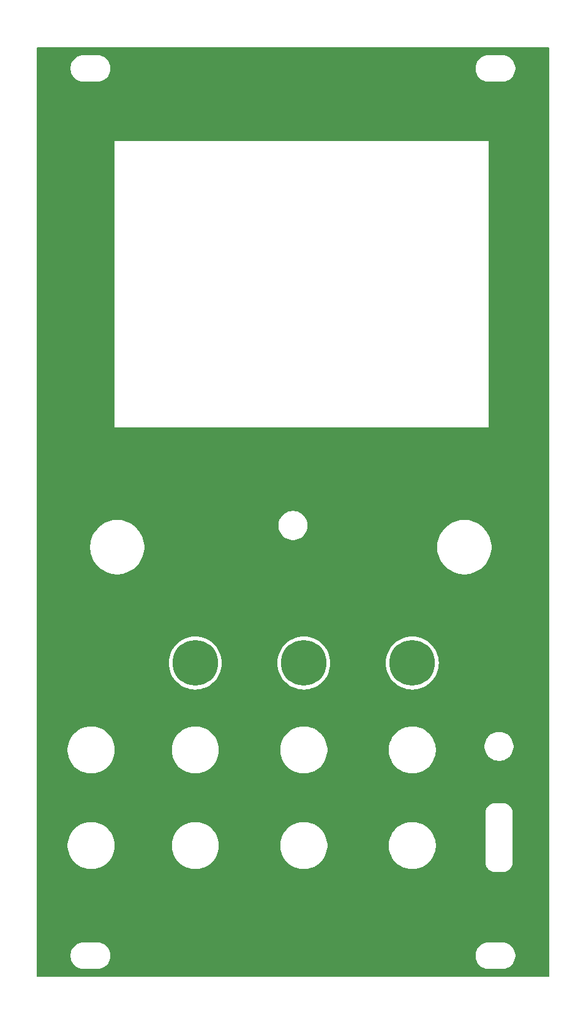
<source format=gbr>
G04 #@! TF.GenerationSoftware,KiCad,Pcbnew,8.0.8*
G04 #@! TF.CreationDate,2025-04-14T10:10:08+01:00*
G04 #@! TF.ProjectId,oscar_panel,6f736361-725f-4706-916e-656c2e6b6963,rev?*
G04 #@! TF.SameCoordinates,Original*
G04 #@! TF.FileFunction,Copper,L1,Top*
G04 #@! TF.FilePolarity,Positive*
%FSLAX46Y46*%
G04 Gerber Fmt 4.6, Leading zero omitted, Abs format (unit mm)*
G04 Created by KiCad (PCBNEW 8.0.8) date 2025-04-14 10:10:08*
%MOMM*%
%LPD*%
G01*
G04 APERTURE LIST*
G04 #@! TA.AperFunction,WasherPad*
%ADD10C,6.300000*%
G04 #@! TD*
G04 APERTURE END LIST*
D10*
X152000000Y-120000000D03*
X137000000Y-120000000D03*
X122000000Y-120000000D03*
G04 #@! TA.AperFunction,NonConductor*
G36*
X170866621Y-34995502D02*
G01*
X170913114Y-35049158D01*
X170924500Y-35101500D01*
X170924500Y-163198500D01*
X170904498Y-163266621D01*
X170850842Y-163313114D01*
X170798500Y-163324500D01*
X100201500Y-163324500D01*
X100133379Y-163304498D01*
X100086886Y-163250842D01*
X100075500Y-163198500D01*
X100075500Y-160278709D01*
X104749500Y-160278709D01*
X104749500Y-160521290D01*
X104781160Y-160761782D01*
X104843944Y-160996095D01*
X104843945Y-160996097D01*
X104843946Y-160996100D01*
X104936776Y-161220212D01*
X104936777Y-161220213D01*
X104936782Y-161220224D01*
X105058061Y-161430285D01*
X105058063Y-161430288D01*
X105058064Y-161430289D01*
X105205735Y-161622738D01*
X105205739Y-161622742D01*
X105205744Y-161622748D01*
X105377251Y-161794255D01*
X105377256Y-161794259D01*
X105377262Y-161794265D01*
X105569711Y-161941936D01*
X105569714Y-161941938D01*
X105779775Y-162063217D01*
X105779779Y-162063218D01*
X105779788Y-162063224D01*
X106003900Y-162156054D01*
X106238211Y-162218838D01*
X106238215Y-162218838D01*
X106238217Y-162218839D01*
X106300202Y-162226999D01*
X106478712Y-162250500D01*
X106478719Y-162250500D01*
X108521281Y-162250500D01*
X108521288Y-162250500D01*
X108738637Y-162221885D01*
X108761782Y-162218839D01*
X108761782Y-162218838D01*
X108761789Y-162218838D01*
X108996100Y-162156054D01*
X109220212Y-162063224D01*
X109430289Y-161941936D01*
X109622738Y-161794265D01*
X109794265Y-161622738D01*
X109941936Y-161430289D01*
X110063224Y-161220212D01*
X110156054Y-160996100D01*
X110218838Y-160761789D01*
X110250500Y-160521288D01*
X110250500Y-160278712D01*
X110250500Y-160278709D01*
X160749500Y-160278709D01*
X160749500Y-160521290D01*
X160781160Y-160761782D01*
X160843944Y-160996095D01*
X160843945Y-160996097D01*
X160843946Y-160996100D01*
X160936776Y-161220212D01*
X160936777Y-161220213D01*
X160936782Y-161220224D01*
X161058061Y-161430285D01*
X161058063Y-161430288D01*
X161058064Y-161430289D01*
X161205735Y-161622738D01*
X161205739Y-161622742D01*
X161205744Y-161622748D01*
X161377251Y-161794255D01*
X161377256Y-161794259D01*
X161377262Y-161794265D01*
X161569711Y-161941936D01*
X161569714Y-161941938D01*
X161779775Y-162063217D01*
X161779779Y-162063218D01*
X161779788Y-162063224D01*
X162003900Y-162156054D01*
X162238211Y-162218838D01*
X162238215Y-162218838D01*
X162238217Y-162218839D01*
X162300202Y-162226999D01*
X162478712Y-162250500D01*
X162478719Y-162250500D01*
X164521281Y-162250500D01*
X164521288Y-162250500D01*
X164738637Y-162221885D01*
X164761782Y-162218839D01*
X164761782Y-162218838D01*
X164761789Y-162218838D01*
X164996100Y-162156054D01*
X165220212Y-162063224D01*
X165430289Y-161941936D01*
X165622738Y-161794265D01*
X165794265Y-161622738D01*
X165941936Y-161430289D01*
X166063224Y-161220212D01*
X166156054Y-160996100D01*
X166218838Y-160761789D01*
X166250500Y-160521288D01*
X166250500Y-160278712D01*
X166218838Y-160038211D01*
X166156054Y-159803900D01*
X166063224Y-159579788D01*
X166063218Y-159579779D01*
X166063217Y-159579775D01*
X165941938Y-159369714D01*
X165941936Y-159369711D01*
X165794265Y-159177262D01*
X165794259Y-159177256D01*
X165794255Y-159177251D01*
X165622748Y-159005744D01*
X165622742Y-159005739D01*
X165622738Y-159005735D01*
X165430289Y-158858064D01*
X165430288Y-158858063D01*
X165430285Y-158858061D01*
X165220224Y-158736782D01*
X165220216Y-158736778D01*
X165220212Y-158736776D01*
X164996100Y-158643946D01*
X164996097Y-158643945D01*
X164996095Y-158643944D01*
X164761782Y-158581160D01*
X164521290Y-158549500D01*
X164521288Y-158549500D01*
X162478712Y-158549500D01*
X162478709Y-158549500D01*
X162238217Y-158581160D01*
X162003904Y-158643944D01*
X162003900Y-158643946D01*
X161779786Y-158736777D01*
X161779775Y-158736782D01*
X161569714Y-158858061D01*
X161377262Y-159005735D01*
X161377251Y-159005744D01*
X161205744Y-159177251D01*
X161205735Y-159177262D01*
X161058061Y-159369714D01*
X160936782Y-159579775D01*
X160936777Y-159579786D01*
X160843946Y-159803900D01*
X160843944Y-159803904D01*
X160781160Y-160038217D01*
X160749500Y-160278709D01*
X110250500Y-160278709D01*
X110218838Y-160038211D01*
X110156054Y-159803900D01*
X110063224Y-159579788D01*
X110063218Y-159579779D01*
X110063217Y-159579775D01*
X109941938Y-159369714D01*
X109941936Y-159369711D01*
X109794265Y-159177262D01*
X109794259Y-159177256D01*
X109794255Y-159177251D01*
X109622748Y-159005744D01*
X109622742Y-159005739D01*
X109622738Y-159005735D01*
X109430289Y-158858064D01*
X109430288Y-158858063D01*
X109430285Y-158858061D01*
X109220224Y-158736782D01*
X109220216Y-158736778D01*
X109220212Y-158736776D01*
X108996100Y-158643946D01*
X108996097Y-158643945D01*
X108996095Y-158643944D01*
X108761782Y-158581160D01*
X108521290Y-158549500D01*
X108521288Y-158549500D01*
X106478712Y-158549500D01*
X106478709Y-158549500D01*
X106238217Y-158581160D01*
X106003904Y-158643944D01*
X106003900Y-158643946D01*
X105779786Y-158736777D01*
X105779775Y-158736782D01*
X105569714Y-158858061D01*
X105377262Y-159005735D01*
X105377251Y-159005744D01*
X105205744Y-159177251D01*
X105205735Y-159177262D01*
X105058061Y-159369714D01*
X104936782Y-159579775D01*
X104936777Y-159579786D01*
X104843946Y-159803900D01*
X104843944Y-159803904D01*
X104781160Y-160038217D01*
X104749500Y-160278709D01*
X100075500Y-160278709D01*
X100075500Y-145040306D01*
X104349500Y-145040306D01*
X104349500Y-145359693D01*
X104380802Y-145677508D01*
X104380804Y-145677523D01*
X104443111Y-145990760D01*
X104535820Y-146296381D01*
X104535821Y-146296385D01*
X104658039Y-146591444D01*
X104808592Y-146873108D01*
X104986020Y-147138649D01*
X104986031Y-147138664D01*
X105188628Y-147385528D01*
X105188646Y-147385548D01*
X105414451Y-147611353D01*
X105414471Y-147611371D01*
X105649704Y-147804423D01*
X105661344Y-147813975D01*
X105926894Y-147991409D01*
X106208556Y-148141961D01*
X106503619Y-148264180D01*
X106809240Y-148356889D01*
X107122477Y-148419196D01*
X107440313Y-148450500D01*
X107440322Y-148450500D01*
X107759678Y-148450500D01*
X107759687Y-148450500D01*
X108077523Y-148419196D01*
X108390760Y-148356889D01*
X108696381Y-148264180D01*
X108991444Y-148141961D01*
X109273106Y-147991409D01*
X109538656Y-147813975D01*
X109785535Y-147611366D01*
X110011366Y-147385535D01*
X110213975Y-147138656D01*
X110391409Y-146873106D01*
X110541961Y-146591444D01*
X110664180Y-146296381D01*
X110756889Y-145990760D01*
X110819196Y-145677523D01*
X110850500Y-145359687D01*
X110850500Y-145040313D01*
X110850499Y-145040306D01*
X118749500Y-145040306D01*
X118749500Y-145359693D01*
X118780802Y-145677508D01*
X118780804Y-145677523D01*
X118843111Y-145990760D01*
X118935820Y-146296381D01*
X118935821Y-146296385D01*
X119058039Y-146591444D01*
X119208592Y-146873108D01*
X119386020Y-147138649D01*
X119386031Y-147138664D01*
X119588628Y-147385528D01*
X119588646Y-147385548D01*
X119814451Y-147611353D01*
X119814471Y-147611371D01*
X120049704Y-147804423D01*
X120061344Y-147813975D01*
X120326894Y-147991409D01*
X120608556Y-148141961D01*
X120903619Y-148264180D01*
X121209240Y-148356889D01*
X121522477Y-148419196D01*
X121840313Y-148450500D01*
X121840322Y-148450500D01*
X122159678Y-148450500D01*
X122159687Y-148450500D01*
X122477523Y-148419196D01*
X122790760Y-148356889D01*
X123096381Y-148264180D01*
X123391444Y-148141961D01*
X123673106Y-147991409D01*
X123938656Y-147813975D01*
X124185535Y-147611366D01*
X124411366Y-147385535D01*
X124613975Y-147138656D01*
X124791409Y-146873106D01*
X124941961Y-146591444D01*
X125064180Y-146296381D01*
X125156889Y-145990760D01*
X125219196Y-145677523D01*
X125250500Y-145359687D01*
X125250500Y-145040313D01*
X125250499Y-145040306D01*
X133749500Y-145040306D01*
X133749500Y-145359693D01*
X133780802Y-145677508D01*
X133780804Y-145677523D01*
X133843111Y-145990760D01*
X133935820Y-146296381D01*
X133935821Y-146296385D01*
X134058039Y-146591444D01*
X134208592Y-146873108D01*
X134386020Y-147138649D01*
X134386031Y-147138664D01*
X134588628Y-147385528D01*
X134588646Y-147385548D01*
X134814451Y-147611353D01*
X134814471Y-147611371D01*
X135049704Y-147804423D01*
X135061344Y-147813975D01*
X135326894Y-147991409D01*
X135608556Y-148141961D01*
X135903619Y-148264180D01*
X136209240Y-148356889D01*
X136522477Y-148419196D01*
X136840313Y-148450500D01*
X136840322Y-148450500D01*
X137159678Y-148450500D01*
X137159687Y-148450500D01*
X137477523Y-148419196D01*
X137790760Y-148356889D01*
X138096381Y-148264180D01*
X138391444Y-148141961D01*
X138673106Y-147991409D01*
X138938656Y-147813975D01*
X139185535Y-147611366D01*
X139411366Y-147385535D01*
X139613975Y-147138656D01*
X139791409Y-146873106D01*
X139941961Y-146591444D01*
X140064180Y-146296381D01*
X140156889Y-145990760D01*
X140219196Y-145677523D01*
X140250500Y-145359687D01*
X140250500Y-145040313D01*
X140250499Y-145040306D01*
X148749500Y-145040306D01*
X148749500Y-145359693D01*
X148780802Y-145677508D01*
X148780804Y-145677523D01*
X148843111Y-145990760D01*
X148935820Y-146296381D01*
X148935821Y-146296385D01*
X149058039Y-146591444D01*
X149208592Y-146873108D01*
X149386020Y-147138649D01*
X149386031Y-147138664D01*
X149588628Y-147385528D01*
X149588646Y-147385548D01*
X149814451Y-147611353D01*
X149814471Y-147611371D01*
X150049704Y-147804423D01*
X150061344Y-147813975D01*
X150326894Y-147991409D01*
X150608556Y-148141961D01*
X150903619Y-148264180D01*
X151209240Y-148356889D01*
X151522477Y-148419196D01*
X151840313Y-148450500D01*
X151840322Y-148450500D01*
X152159678Y-148450500D01*
X152159687Y-148450500D01*
X152477523Y-148419196D01*
X152790760Y-148356889D01*
X153096381Y-148264180D01*
X153391444Y-148141961D01*
X153673106Y-147991409D01*
X153938656Y-147813975D01*
X154185535Y-147611366D01*
X154411366Y-147385535D01*
X154613975Y-147138656D01*
X154791409Y-146873106D01*
X154941961Y-146591444D01*
X155064180Y-146296381D01*
X155156889Y-145990760D01*
X155219196Y-145677523D01*
X155250500Y-145359687D01*
X155250500Y-145040313D01*
X155219196Y-144722477D01*
X155156889Y-144409240D01*
X155064180Y-144103619D01*
X154941961Y-143808556D01*
X154791409Y-143526894D01*
X154613975Y-143261344D01*
X154411366Y-143014465D01*
X154411362Y-143014461D01*
X154411353Y-143014451D01*
X154185548Y-142788646D01*
X154185528Y-142788628D01*
X153938664Y-142586031D01*
X153938649Y-142586020D01*
X153673108Y-142408592D01*
X153391444Y-142258039D01*
X153096385Y-142135821D01*
X153096381Y-142135820D01*
X152790760Y-142043111D01*
X152581935Y-142001573D01*
X152477524Y-141980804D01*
X152477508Y-141980802D01*
X152159693Y-141949500D01*
X152159687Y-141949500D01*
X151840313Y-141949500D01*
X151840306Y-141949500D01*
X151522491Y-141980802D01*
X151522475Y-141980804D01*
X151313652Y-142022342D01*
X151209240Y-142043111D01*
X151056429Y-142089465D01*
X150903618Y-142135820D01*
X150903614Y-142135821D01*
X150608555Y-142258039D01*
X150326891Y-142408592D01*
X150061350Y-142586020D01*
X150061335Y-142586031D01*
X149814471Y-142788628D01*
X149814451Y-142788646D01*
X149588646Y-143014451D01*
X149588628Y-143014471D01*
X149386031Y-143261335D01*
X149386020Y-143261350D01*
X149208592Y-143526891D01*
X149058039Y-143808555D01*
X148935821Y-144103614D01*
X148935820Y-144103618D01*
X148843111Y-144409241D01*
X148780804Y-144722475D01*
X148780802Y-144722491D01*
X148749500Y-145040306D01*
X140250499Y-145040306D01*
X140219196Y-144722477D01*
X140156889Y-144409240D01*
X140064180Y-144103619D01*
X139941961Y-143808556D01*
X139791409Y-143526894D01*
X139613975Y-143261344D01*
X139411366Y-143014465D01*
X139411362Y-143014461D01*
X139411353Y-143014451D01*
X139185548Y-142788646D01*
X139185528Y-142788628D01*
X138938664Y-142586031D01*
X138938649Y-142586020D01*
X138673108Y-142408592D01*
X138391444Y-142258039D01*
X138096385Y-142135821D01*
X138096381Y-142135820D01*
X137790760Y-142043111D01*
X137581935Y-142001573D01*
X137477524Y-141980804D01*
X137477508Y-141980802D01*
X137159693Y-141949500D01*
X137159687Y-141949500D01*
X136840313Y-141949500D01*
X136840306Y-141949500D01*
X136522491Y-141980802D01*
X136522475Y-141980804D01*
X136313652Y-142022342D01*
X136209240Y-142043111D01*
X136056429Y-142089465D01*
X135903618Y-142135820D01*
X135903614Y-142135821D01*
X135608555Y-142258039D01*
X135326891Y-142408592D01*
X135061350Y-142586020D01*
X135061335Y-142586031D01*
X134814471Y-142788628D01*
X134814451Y-142788646D01*
X134588646Y-143014451D01*
X134588628Y-143014471D01*
X134386031Y-143261335D01*
X134386020Y-143261350D01*
X134208592Y-143526891D01*
X134058039Y-143808555D01*
X133935821Y-144103614D01*
X133935820Y-144103618D01*
X133843111Y-144409241D01*
X133780804Y-144722475D01*
X133780802Y-144722491D01*
X133749500Y-145040306D01*
X125250499Y-145040306D01*
X125219196Y-144722477D01*
X125156889Y-144409240D01*
X125064180Y-144103619D01*
X124941961Y-143808556D01*
X124791409Y-143526894D01*
X124613975Y-143261344D01*
X124411366Y-143014465D01*
X124411362Y-143014461D01*
X124411353Y-143014451D01*
X124185548Y-142788646D01*
X124185528Y-142788628D01*
X123938664Y-142586031D01*
X123938649Y-142586020D01*
X123673108Y-142408592D01*
X123391444Y-142258039D01*
X123096385Y-142135821D01*
X123096381Y-142135820D01*
X122790760Y-142043111D01*
X122581935Y-142001573D01*
X122477524Y-141980804D01*
X122477508Y-141980802D01*
X122159693Y-141949500D01*
X122159687Y-141949500D01*
X121840313Y-141949500D01*
X121840306Y-141949500D01*
X121522491Y-141980802D01*
X121522475Y-141980804D01*
X121313652Y-142022342D01*
X121209240Y-142043111D01*
X121056429Y-142089465D01*
X120903618Y-142135820D01*
X120903614Y-142135821D01*
X120608555Y-142258039D01*
X120326891Y-142408592D01*
X120061350Y-142586020D01*
X120061335Y-142586031D01*
X119814471Y-142788628D01*
X119814451Y-142788646D01*
X119588646Y-143014451D01*
X119588628Y-143014471D01*
X119386031Y-143261335D01*
X119386020Y-143261350D01*
X119208592Y-143526891D01*
X119058039Y-143808555D01*
X118935821Y-144103614D01*
X118935820Y-144103618D01*
X118843111Y-144409241D01*
X118780804Y-144722475D01*
X118780802Y-144722491D01*
X118749500Y-145040306D01*
X110850499Y-145040306D01*
X110819196Y-144722477D01*
X110756889Y-144409240D01*
X110664180Y-144103619D01*
X110541961Y-143808556D01*
X110391409Y-143526894D01*
X110213975Y-143261344D01*
X110011366Y-143014465D01*
X110011362Y-143014461D01*
X110011353Y-143014451D01*
X109785548Y-142788646D01*
X109785528Y-142788628D01*
X109538664Y-142586031D01*
X109538649Y-142586020D01*
X109273108Y-142408592D01*
X108991444Y-142258039D01*
X108696385Y-142135821D01*
X108696381Y-142135820D01*
X108390760Y-142043111D01*
X108181935Y-142001573D01*
X108077524Y-141980804D01*
X108077508Y-141980802D01*
X107759693Y-141949500D01*
X107759687Y-141949500D01*
X107440313Y-141949500D01*
X107440306Y-141949500D01*
X107122491Y-141980802D01*
X107122475Y-141980804D01*
X106913652Y-142022342D01*
X106809240Y-142043111D01*
X106656429Y-142089465D01*
X106503618Y-142135820D01*
X106503614Y-142135821D01*
X106208555Y-142258039D01*
X105926891Y-142408592D01*
X105661350Y-142586020D01*
X105661335Y-142586031D01*
X105414471Y-142788628D01*
X105414451Y-142788646D01*
X105188646Y-143014451D01*
X105188628Y-143014471D01*
X104986031Y-143261335D01*
X104986020Y-143261350D01*
X104808592Y-143526891D01*
X104658039Y-143808555D01*
X104535821Y-144103614D01*
X104535820Y-144103618D01*
X104443111Y-144409241D01*
X104380804Y-144722475D01*
X104380802Y-144722491D01*
X104349500Y-145040306D01*
X100075500Y-145040306D01*
X100075500Y-140739711D01*
X162123914Y-140739711D01*
X162124500Y-140743587D01*
X162124500Y-147475469D01*
X162124500Y-147500000D01*
X162124500Y-147608254D01*
X162157084Y-147813975D01*
X162158371Y-147822102D01*
X162213381Y-147991407D01*
X162225274Y-148028009D01*
X162323567Y-148220919D01*
X162354998Y-148264180D01*
X162450829Y-148396080D01*
X162603919Y-148549170D01*
X162603922Y-148549172D01*
X162779081Y-148676433D01*
X162971991Y-148774726D01*
X163177897Y-148841628D01*
X163177898Y-148841628D01*
X163177903Y-148841630D01*
X163391746Y-148875500D01*
X163484982Y-148875500D01*
X164456413Y-148875500D01*
X164460288Y-148876085D01*
X164476569Y-148875848D01*
X164476570Y-148875849D01*
X164498963Y-148875523D01*
X164499657Y-148875513D01*
X164501489Y-148875500D01*
X164524128Y-148875500D01*
X164527677Y-148875124D01*
X164609852Y-148873989D01*
X164824236Y-148837148D01*
X165030319Y-148767524D01*
X165223120Y-148666798D01*
X165397978Y-148537405D01*
X165550667Y-148382473D01*
X165677496Y-148205746D01*
X165775400Y-148011497D01*
X165842012Y-147804421D01*
X165875722Y-147589522D01*
X165875640Y-147480759D01*
X165875639Y-147456227D01*
X165875638Y-147456226D01*
X165875638Y-147436768D01*
X165875500Y-147435895D01*
X165875500Y-140764183D01*
X165875638Y-140763312D01*
X165875638Y-140743773D01*
X165875639Y-140743773D01*
X165875640Y-140719241D01*
X165875639Y-140719241D01*
X165875721Y-140610478D01*
X165842011Y-140395579D01*
X165775399Y-140188503D01*
X165677495Y-139994254D01*
X165670971Y-139985164D01*
X165571177Y-139846109D01*
X165550666Y-139817528D01*
X165397977Y-139662596D01*
X165223119Y-139533203D01*
X165223113Y-139533200D01*
X165223112Y-139533199D01*
X165030319Y-139432477D01*
X164824233Y-139362852D01*
X164609847Y-139326011D01*
X164527636Y-139324875D01*
X164524079Y-139324500D01*
X164515018Y-139324500D01*
X164501489Y-139324500D01*
X164499657Y-139324487D01*
X164460288Y-139323914D01*
X164456413Y-139324500D01*
X163543587Y-139324500D01*
X163539711Y-139323914D01*
X163500343Y-139324487D01*
X163498511Y-139324500D01*
X163476195Y-139324500D01*
X163472351Y-139324907D01*
X163391183Y-139326126D01*
X163178787Y-139362305D01*
X163178785Y-139362305D01*
X163178783Y-139362306D01*
X163109902Y-139385353D01*
X162974458Y-139430673D01*
X162974452Y-139430676D01*
X162783050Y-139529608D01*
X162783049Y-139529608D01*
X162609114Y-139656754D01*
X162609106Y-139656761D01*
X162456761Y-139809106D01*
X162456754Y-139809114D01*
X162329608Y-139983049D01*
X162329608Y-139983050D01*
X162230676Y-140174452D01*
X162230673Y-140174458D01*
X162162305Y-140378787D01*
X162126126Y-140591183D01*
X162124907Y-140672351D01*
X162124500Y-140676195D01*
X162124500Y-140698510D01*
X162124487Y-140700342D01*
X162123914Y-140739711D01*
X100075500Y-140739711D01*
X100075500Y-131840306D01*
X104349500Y-131840306D01*
X104349500Y-132159693D01*
X104380802Y-132477508D01*
X104380804Y-132477523D01*
X104443111Y-132790760D01*
X104508789Y-133007270D01*
X104535820Y-133096381D01*
X104535821Y-133096385D01*
X104658039Y-133391444D01*
X104808592Y-133673108D01*
X104986020Y-133938649D01*
X104986031Y-133938664D01*
X105188628Y-134185528D01*
X105188646Y-134185548D01*
X105414451Y-134411353D01*
X105414461Y-134411362D01*
X105414465Y-134411366D01*
X105661344Y-134613975D01*
X105926894Y-134791409D01*
X106208556Y-134941961D01*
X106503619Y-135064180D01*
X106809240Y-135156889D01*
X107122477Y-135219196D01*
X107440313Y-135250500D01*
X107440322Y-135250500D01*
X107759678Y-135250500D01*
X107759687Y-135250500D01*
X108077523Y-135219196D01*
X108390760Y-135156889D01*
X108696381Y-135064180D01*
X108991444Y-134941961D01*
X109273106Y-134791409D01*
X109538656Y-134613975D01*
X109785535Y-134411366D01*
X110011366Y-134185535D01*
X110213975Y-133938656D01*
X110391409Y-133673106D01*
X110541961Y-133391444D01*
X110664180Y-133096381D01*
X110756889Y-132790760D01*
X110819196Y-132477523D01*
X110850500Y-132159687D01*
X110850500Y-131840313D01*
X110850499Y-131840306D01*
X118749500Y-131840306D01*
X118749500Y-132159693D01*
X118780802Y-132477508D01*
X118780804Y-132477523D01*
X118843111Y-132790760D01*
X118908789Y-133007270D01*
X118935820Y-133096381D01*
X118935821Y-133096385D01*
X119058039Y-133391444D01*
X119208592Y-133673108D01*
X119386020Y-133938649D01*
X119386031Y-133938664D01*
X119588628Y-134185528D01*
X119588646Y-134185548D01*
X119814451Y-134411353D01*
X119814461Y-134411362D01*
X119814465Y-134411366D01*
X120061344Y-134613975D01*
X120326894Y-134791409D01*
X120608556Y-134941961D01*
X120903619Y-135064180D01*
X121209240Y-135156889D01*
X121522477Y-135219196D01*
X121840313Y-135250500D01*
X121840322Y-135250500D01*
X122159678Y-135250500D01*
X122159687Y-135250500D01*
X122477523Y-135219196D01*
X122790760Y-135156889D01*
X123096381Y-135064180D01*
X123391444Y-134941961D01*
X123673106Y-134791409D01*
X123938656Y-134613975D01*
X124185535Y-134411366D01*
X124411366Y-134185535D01*
X124613975Y-133938656D01*
X124791409Y-133673106D01*
X124941961Y-133391444D01*
X125064180Y-133096381D01*
X125156889Y-132790760D01*
X125219196Y-132477523D01*
X125250500Y-132159687D01*
X125250500Y-131840313D01*
X125250499Y-131840306D01*
X133749500Y-131840306D01*
X133749500Y-132159693D01*
X133780802Y-132477508D01*
X133780804Y-132477523D01*
X133843111Y-132790760D01*
X133908789Y-133007270D01*
X133935820Y-133096381D01*
X133935821Y-133096385D01*
X134058039Y-133391444D01*
X134208592Y-133673108D01*
X134386020Y-133938649D01*
X134386031Y-133938664D01*
X134588628Y-134185528D01*
X134588646Y-134185548D01*
X134814451Y-134411353D01*
X134814461Y-134411362D01*
X134814465Y-134411366D01*
X135061344Y-134613975D01*
X135326894Y-134791409D01*
X135608556Y-134941961D01*
X135903619Y-135064180D01*
X136209240Y-135156889D01*
X136522477Y-135219196D01*
X136840313Y-135250500D01*
X136840322Y-135250500D01*
X137159678Y-135250500D01*
X137159687Y-135250500D01*
X137477523Y-135219196D01*
X137790760Y-135156889D01*
X138096381Y-135064180D01*
X138391444Y-134941961D01*
X138673106Y-134791409D01*
X138938656Y-134613975D01*
X139185535Y-134411366D01*
X139411366Y-134185535D01*
X139613975Y-133938656D01*
X139791409Y-133673106D01*
X139941961Y-133391444D01*
X140064180Y-133096381D01*
X140156889Y-132790760D01*
X140219196Y-132477523D01*
X140250500Y-132159687D01*
X140250500Y-131840313D01*
X140250499Y-131840306D01*
X148749500Y-131840306D01*
X148749500Y-132159693D01*
X148780802Y-132477508D01*
X148780804Y-132477523D01*
X148843111Y-132790760D01*
X148908789Y-133007270D01*
X148935820Y-133096381D01*
X148935821Y-133096385D01*
X149058039Y-133391444D01*
X149208592Y-133673108D01*
X149386020Y-133938649D01*
X149386031Y-133938664D01*
X149588628Y-134185528D01*
X149588646Y-134185548D01*
X149814451Y-134411353D01*
X149814461Y-134411362D01*
X149814465Y-134411366D01*
X150061344Y-134613975D01*
X150326894Y-134791409D01*
X150608556Y-134941961D01*
X150903619Y-135064180D01*
X151209240Y-135156889D01*
X151522477Y-135219196D01*
X151840313Y-135250500D01*
X151840322Y-135250500D01*
X152159678Y-135250500D01*
X152159687Y-135250500D01*
X152477523Y-135219196D01*
X152790760Y-135156889D01*
X153096381Y-135064180D01*
X153391444Y-134941961D01*
X153673106Y-134791409D01*
X153938656Y-134613975D01*
X154185535Y-134411366D01*
X154411366Y-134185535D01*
X154613975Y-133938656D01*
X154791409Y-133673106D01*
X154941961Y-133391444D01*
X155064180Y-133096381D01*
X155156889Y-132790760D01*
X155219196Y-132477523D01*
X155250500Y-132159687D01*
X155250500Y-131840313D01*
X155219196Y-131522477D01*
X155188643Y-131368878D01*
X161999500Y-131368878D01*
X161999500Y-131631121D01*
X162033728Y-131891108D01*
X162033729Y-131891114D01*
X162033730Y-131891116D01*
X162101602Y-132144419D01*
X162201957Y-132386697D01*
X162201958Y-132386698D01*
X162201963Y-132386709D01*
X162333073Y-132613799D01*
X162333077Y-132613805D01*
X162492710Y-132821842D01*
X162492729Y-132821863D01*
X162678136Y-133007270D01*
X162678157Y-133007289D01*
X162886194Y-133166922D01*
X162886200Y-133166926D01*
X163113290Y-133298036D01*
X163113294Y-133298037D01*
X163113303Y-133298043D01*
X163355581Y-133398398D01*
X163608884Y-133466270D01*
X163608890Y-133466270D01*
X163608891Y-133466271D01*
X163633900Y-133469563D01*
X163868880Y-133500500D01*
X163868887Y-133500500D01*
X164131113Y-133500500D01*
X164131120Y-133500500D01*
X164391116Y-133466270D01*
X164644419Y-133398398D01*
X164886697Y-133298043D01*
X165113803Y-133166924D01*
X165321851Y-133007282D01*
X165507282Y-132821851D01*
X165666924Y-132613803D01*
X165798043Y-132386697D01*
X165898398Y-132144419D01*
X165966270Y-131891116D01*
X166000500Y-131631120D01*
X166000500Y-131368880D01*
X165966270Y-131108884D01*
X165898398Y-130855581D01*
X165798043Y-130613303D01*
X165798037Y-130613294D01*
X165798036Y-130613290D01*
X165666926Y-130386200D01*
X165666922Y-130386194D01*
X165507289Y-130178157D01*
X165507270Y-130178136D01*
X165321863Y-129992729D01*
X165321842Y-129992710D01*
X165113805Y-129833077D01*
X165113799Y-129833073D01*
X164886709Y-129701963D01*
X164886701Y-129701959D01*
X164886697Y-129701957D01*
X164644419Y-129601602D01*
X164391116Y-129533730D01*
X164391114Y-129533729D01*
X164391108Y-129533728D01*
X164131121Y-129499500D01*
X164131120Y-129499500D01*
X163868880Y-129499500D01*
X163868878Y-129499500D01*
X163608891Y-129533728D01*
X163355581Y-129601602D01*
X163113301Y-129701958D01*
X163113290Y-129701963D01*
X162886200Y-129833073D01*
X162886194Y-129833077D01*
X162678157Y-129992710D01*
X162678136Y-129992729D01*
X162492729Y-130178136D01*
X162492710Y-130178157D01*
X162333077Y-130386194D01*
X162333073Y-130386200D01*
X162201963Y-130613290D01*
X162201958Y-130613301D01*
X162101602Y-130855581D01*
X162033728Y-131108891D01*
X161999500Y-131368878D01*
X155188643Y-131368878D01*
X155156889Y-131209240D01*
X155064180Y-130903619D01*
X154941961Y-130608556D01*
X154791409Y-130326894D01*
X154613975Y-130061344D01*
X154557648Y-129992710D01*
X154411371Y-129814471D01*
X154411353Y-129814451D01*
X154185548Y-129588646D01*
X154185528Y-129588628D01*
X153938664Y-129386031D01*
X153938649Y-129386020D01*
X153673108Y-129208592D01*
X153391444Y-129058039D01*
X153096385Y-128935821D01*
X153096381Y-128935820D01*
X152790760Y-128843111D01*
X152581935Y-128801573D01*
X152477524Y-128780804D01*
X152477508Y-128780802D01*
X152159693Y-128749500D01*
X152159687Y-128749500D01*
X151840313Y-128749500D01*
X151840306Y-128749500D01*
X151522491Y-128780802D01*
X151522475Y-128780804D01*
X151313652Y-128822342D01*
X151209240Y-128843111D01*
X151056429Y-128889465D01*
X150903618Y-128935820D01*
X150903614Y-128935821D01*
X150608555Y-129058039D01*
X150326891Y-129208592D01*
X150061350Y-129386020D01*
X150061335Y-129386031D01*
X149814471Y-129588628D01*
X149814451Y-129588646D01*
X149588646Y-129814451D01*
X149588628Y-129814471D01*
X149386031Y-130061335D01*
X149386020Y-130061350D01*
X149208592Y-130326891D01*
X149058039Y-130608555D01*
X148935821Y-130903614D01*
X148935820Y-130903618D01*
X148935820Y-130903619D01*
X148873552Y-131108891D01*
X148843111Y-131209241D01*
X148780804Y-131522475D01*
X148780802Y-131522491D01*
X148749500Y-131840306D01*
X140250499Y-131840306D01*
X140219196Y-131522477D01*
X140156889Y-131209240D01*
X140064180Y-130903619D01*
X139941961Y-130608556D01*
X139791409Y-130326894D01*
X139613975Y-130061344D01*
X139557648Y-129992710D01*
X139411371Y-129814471D01*
X139411353Y-129814451D01*
X139185548Y-129588646D01*
X139185528Y-129588628D01*
X138938664Y-129386031D01*
X138938649Y-129386020D01*
X138673108Y-129208592D01*
X138391444Y-129058039D01*
X138096385Y-128935821D01*
X138096381Y-128935820D01*
X137790760Y-128843111D01*
X137581935Y-128801573D01*
X137477524Y-128780804D01*
X137477508Y-128780802D01*
X137159693Y-128749500D01*
X137159687Y-128749500D01*
X136840313Y-128749500D01*
X136840306Y-128749500D01*
X136522491Y-128780802D01*
X136522475Y-128780804D01*
X136313652Y-128822342D01*
X136209240Y-128843111D01*
X136056429Y-128889465D01*
X135903618Y-128935820D01*
X135903614Y-128935821D01*
X135608555Y-129058039D01*
X135326891Y-129208592D01*
X135061350Y-129386020D01*
X135061335Y-129386031D01*
X134814471Y-129588628D01*
X134814451Y-129588646D01*
X134588646Y-129814451D01*
X134588628Y-129814471D01*
X134386031Y-130061335D01*
X134386020Y-130061350D01*
X134208592Y-130326891D01*
X134058039Y-130608555D01*
X133935821Y-130903614D01*
X133935820Y-130903618D01*
X133935820Y-130903619D01*
X133873552Y-131108891D01*
X133843111Y-131209241D01*
X133780804Y-131522475D01*
X133780802Y-131522491D01*
X133749500Y-131840306D01*
X125250499Y-131840306D01*
X125219196Y-131522477D01*
X125156889Y-131209240D01*
X125064180Y-130903619D01*
X124941961Y-130608556D01*
X124791409Y-130326894D01*
X124613975Y-130061344D01*
X124557648Y-129992710D01*
X124411371Y-129814471D01*
X124411353Y-129814451D01*
X124185548Y-129588646D01*
X124185528Y-129588628D01*
X123938664Y-129386031D01*
X123938649Y-129386020D01*
X123673108Y-129208592D01*
X123391444Y-129058039D01*
X123096385Y-128935821D01*
X123096381Y-128935820D01*
X122790760Y-128843111D01*
X122581935Y-128801573D01*
X122477524Y-128780804D01*
X122477508Y-128780802D01*
X122159693Y-128749500D01*
X122159687Y-128749500D01*
X121840313Y-128749500D01*
X121840306Y-128749500D01*
X121522491Y-128780802D01*
X121522475Y-128780804D01*
X121313652Y-128822342D01*
X121209240Y-128843111D01*
X121056429Y-128889465D01*
X120903618Y-128935820D01*
X120903614Y-128935821D01*
X120608555Y-129058039D01*
X120326891Y-129208592D01*
X120061350Y-129386020D01*
X120061335Y-129386031D01*
X119814471Y-129588628D01*
X119814451Y-129588646D01*
X119588646Y-129814451D01*
X119588628Y-129814471D01*
X119386031Y-130061335D01*
X119386020Y-130061350D01*
X119208592Y-130326891D01*
X119058039Y-130608555D01*
X118935821Y-130903614D01*
X118935820Y-130903618D01*
X118935820Y-130903619D01*
X118873552Y-131108891D01*
X118843111Y-131209241D01*
X118780804Y-131522475D01*
X118780802Y-131522491D01*
X118749500Y-131840306D01*
X110850499Y-131840306D01*
X110819196Y-131522477D01*
X110756889Y-131209240D01*
X110664180Y-130903619D01*
X110541961Y-130608556D01*
X110391409Y-130326894D01*
X110213975Y-130061344D01*
X110157648Y-129992710D01*
X110011371Y-129814471D01*
X110011353Y-129814451D01*
X109785548Y-129588646D01*
X109785528Y-129588628D01*
X109538664Y-129386031D01*
X109538649Y-129386020D01*
X109273108Y-129208592D01*
X108991444Y-129058039D01*
X108696385Y-128935821D01*
X108696381Y-128935820D01*
X108390760Y-128843111D01*
X108181935Y-128801573D01*
X108077524Y-128780804D01*
X108077508Y-128780802D01*
X107759693Y-128749500D01*
X107759687Y-128749500D01*
X107440313Y-128749500D01*
X107440306Y-128749500D01*
X107122491Y-128780802D01*
X107122475Y-128780804D01*
X106913652Y-128822342D01*
X106809240Y-128843111D01*
X106656429Y-128889465D01*
X106503618Y-128935820D01*
X106503614Y-128935821D01*
X106208555Y-129058039D01*
X105926891Y-129208592D01*
X105661350Y-129386020D01*
X105661335Y-129386031D01*
X105414471Y-129588628D01*
X105414451Y-129588646D01*
X105188646Y-129814451D01*
X105188628Y-129814471D01*
X104986031Y-130061335D01*
X104986020Y-130061350D01*
X104808592Y-130326891D01*
X104658039Y-130608555D01*
X104535821Y-130903614D01*
X104535820Y-130903618D01*
X104535820Y-130903619D01*
X104473552Y-131108891D01*
X104443111Y-131209241D01*
X104380804Y-131522475D01*
X104380802Y-131522491D01*
X104349500Y-131840306D01*
X100075500Y-131840306D01*
X100075500Y-119999993D01*
X118336479Y-119999993D01*
X118336479Y-120000006D01*
X118356546Y-120382933D01*
X118416535Y-120761687D01*
X118515785Y-121132096D01*
X118653202Y-121490078D01*
X118653206Y-121490086D01*
X118827298Y-121831761D01*
X119036143Y-122153356D01*
X119036155Y-122153373D01*
X119277460Y-122451360D01*
X119277474Y-122451375D01*
X119548624Y-122722525D01*
X119548639Y-122722539D01*
X119846626Y-122963844D01*
X119846643Y-122963856D01*
X120028133Y-123081716D01*
X120168239Y-123172702D01*
X120509912Y-123346793D01*
X120509916Y-123346794D01*
X120509921Y-123346797D01*
X120867903Y-123484214D01*
X120867908Y-123484215D01*
X120867910Y-123484216D01*
X121238311Y-123583464D01*
X121617058Y-123643452D01*
X121617060Y-123643452D01*
X121617066Y-123643453D01*
X121999994Y-123663521D01*
X122000000Y-123663521D01*
X122000006Y-123663521D01*
X122382933Y-123643453D01*
X122382937Y-123643452D01*
X122382942Y-123643452D01*
X122761689Y-123583464D01*
X123132090Y-123484216D01*
X123132093Y-123484214D01*
X123132096Y-123484214D01*
X123490078Y-123346797D01*
X123490079Y-123346796D01*
X123490088Y-123346793D01*
X123831761Y-123172702D01*
X124153364Y-122963851D01*
X124153373Y-122963844D01*
X124451360Y-122722539D01*
X124451365Y-122722533D01*
X124451374Y-122722527D01*
X124722527Y-122451374D01*
X124722533Y-122451365D01*
X124722539Y-122451360D01*
X124963844Y-122153373D01*
X124963845Y-122153370D01*
X124963851Y-122153364D01*
X125172702Y-121831761D01*
X125346793Y-121490088D01*
X125484216Y-121132090D01*
X125583464Y-120761689D01*
X125643452Y-120382942D01*
X125643452Y-120382937D01*
X125643453Y-120382933D01*
X125663521Y-120000006D01*
X125663521Y-119999993D01*
X133336479Y-119999993D01*
X133336479Y-120000006D01*
X133356546Y-120382933D01*
X133416535Y-120761687D01*
X133515785Y-121132096D01*
X133653202Y-121490078D01*
X133653206Y-121490086D01*
X133827298Y-121831761D01*
X134036143Y-122153356D01*
X134036155Y-122153373D01*
X134277460Y-122451360D01*
X134277474Y-122451375D01*
X134548624Y-122722525D01*
X134548639Y-122722539D01*
X134846626Y-122963844D01*
X134846643Y-122963856D01*
X135028133Y-123081716D01*
X135168239Y-123172702D01*
X135509912Y-123346793D01*
X135509916Y-123346794D01*
X135509921Y-123346797D01*
X135867903Y-123484214D01*
X135867908Y-123484215D01*
X135867910Y-123484216D01*
X136238311Y-123583464D01*
X136617058Y-123643452D01*
X136617060Y-123643452D01*
X136617066Y-123643453D01*
X136999994Y-123663521D01*
X137000000Y-123663521D01*
X137000006Y-123663521D01*
X137382933Y-123643453D01*
X137382937Y-123643452D01*
X137382942Y-123643452D01*
X137761689Y-123583464D01*
X138132090Y-123484216D01*
X138132093Y-123484214D01*
X138132096Y-123484214D01*
X138490078Y-123346797D01*
X138490079Y-123346796D01*
X138490088Y-123346793D01*
X138831761Y-123172702D01*
X139153364Y-122963851D01*
X139153373Y-122963844D01*
X139451360Y-122722539D01*
X139451365Y-122722533D01*
X139451374Y-122722527D01*
X139722527Y-122451374D01*
X139722533Y-122451365D01*
X139722539Y-122451360D01*
X139963844Y-122153373D01*
X139963845Y-122153370D01*
X139963851Y-122153364D01*
X140172702Y-121831761D01*
X140346793Y-121490088D01*
X140484216Y-121132090D01*
X140583464Y-120761689D01*
X140643452Y-120382942D01*
X140643452Y-120382937D01*
X140643453Y-120382933D01*
X140663521Y-120000006D01*
X140663521Y-119999993D01*
X148336479Y-119999993D01*
X148336479Y-120000006D01*
X148356546Y-120382933D01*
X148416535Y-120761687D01*
X148515785Y-121132096D01*
X148653202Y-121490078D01*
X148653206Y-121490086D01*
X148827298Y-121831761D01*
X149036143Y-122153356D01*
X149036155Y-122153373D01*
X149277460Y-122451360D01*
X149277474Y-122451375D01*
X149548624Y-122722525D01*
X149548639Y-122722539D01*
X149846626Y-122963844D01*
X149846643Y-122963856D01*
X150028133Y-123081716D01*
X150168239Y-123172702D01*
X150509912Y-123346793D01*
X150509916Y-123346794D01*
X150509921Y-123346797D01*
X150867903Y-123484214D01*
X150867908Y-123484215D01*
X150867910Y-123484216D01*
X151238311Y-123583464D01*
X151617058Y-123643452D01*
X151617060Y-123643452D01*
X151617066Y-123643453D01*
X151999994Y-123663521D01*
X152000000Y-123663521D01*
X152000006Y-123663521D01*
X152382933Y-123643453D01*
X152382937Y-123643452D01*
X152382942Y-123643452D01*
X152761689Y-123583464D01*
X153132090Y-123484216D01*
X153132093Y-123484214D01*
X153132096Y-123484214D01*
X153490078Y-123346797D01*
X153490079Y-123346796D01*
X153490088Y-123346793D01*
X153831761Y-123172702D01*
X154153364Y-122963851D01*
X154153373Y-122963844D01*
X154451360Y-122722539D01*
X154451365Y-122722533D01*
X154451374Y-122722527D01*
X154722527Y-122451374D01*
X154722533Y-122451365D01*
X154722539Y-122451360D01*
X154963844Y-122153373D01*
X154963845Y-122153370D01*
X154963851Y-122153364D01*
X155172702Y-121831761D01*
X155346793Y-121490088D01*
X155484216Y-121132090D01*
X155583464Y-120761689D01*
X155643452Y-120382942D01*
X155643452Y-120382937D01*
X155643453Y-120382933D01*
X155663521Y-120000006D01*
X155663521Y-119999993D01*
X155643453Y-119617066D01*
X155583464Y-119238312D01*
X155484214Y-118867903D01*
X155346797Y-118509921D01*
X155346793Y-118509913D01*
X155346793Y-118509912D01*
X155172702Y-118168240D01*
X154963851Y-117846636D01*
X154963848Y-117846632D01*
X154963846Y-117846629D01*
X154722539Y-117548639D01*
X154722525Y-117548624D01*
X154451375Y-117277474D01*
X154451360Y-117277460D01*
X154153373Y-117036155D01*
X154153356Y-117036143D01*
X153831761Y-116827298D01*
X153490086Y-116653206D01*
X153490078Y-116653202D01*
X153132096Y-116515785D01*
X152761687Y-116416535D01*
X152382933Y-116356546D01*
X152000006Y-116336479D01*
X151999994Y-116336479D01*
X151617066Y-116356546D01*
X151238312Y-116416535D01*
X150867903Y-116515785D01*
X150509921Y-116653202D01*
X150509913Y-116653206D01*
X150168239Y-116827298D01*
X149846632Y-117036151D01*
X149846629Y-117036153D01*
X149548639Y-117277460D01*
X149548624Y-117277474D01*
X149277474Y-117548624D01*
X149277460Y-117548639D01*
X149036153Y-117846629D01*
X149036151Y-117846632D01*
X148827298Y-118168239D01*
X148653206Y-118509913D01*
X148653202Y-118509921D01*
X148515785Y-118867903D01*
X148416535Y-119238312D01*
X148356546Y-119617066D01*
X148336479Y-119999993D01*
X140663521Y-119999993D01*
X140643453Y-119617066D01*
X140583464Y-119238312D01*
X140484214Y-118867903D01*
X140346797Y-118509921D01*
X140346793Y-118509913D01*
X140346793Y-118509912D01*
X140172702Y-118168240D01*
X139963851Y-117846636D01*
X139963848Y-117846632D01*
X139963846Y-117846629D01*
X139722539Y-117548639D01*
X139722525Y-117548624D01*
X139451375Y-117277474D01*
X139451360Y-117277460D01*
X139153373Y-117036155D01*
X139153356Y-117036143D01*
X138831761Y-116827298D01*
X138490086Y-116653206D01*
X138490078Y-116653202D01*
X138132096Y-116515785D01*
X137761687Y-116416535D01*
X137382933Y-116356546D01*
X137000006Y-116336479D01*
X136999994Y-116336479D01*
X136617066Y-116356546D01*
X136238312Y-116416535D01*
X135867903Y-116515785D01*
X135509921Y-116653202D01*
X135509913Y-116653206D01*
X135168239Y-116827298D01*
X134846632Y-117036151D01*
X134846629Y-117036153D01*
X134548639Y-117277460D01*
X134548624Y-117277474D01*
X134277474Y-117548624D01*
X134277460Y-117548639D01*
X134036153Y-117846629D01*
X134036151Y-117846632D01*
X133827298Y-118168239D01*
X133653206Y-118509913D01*
X133653202Y-118509921D01*
X133515785Y-118867903D01*
X133416535Y-119238312D01*
X133356546Y-119617066D01*
X133336479Y-119999993D01*
X125663521Y-119999993D01*
X125643453Y-119617066D01*
X125583464Y-119238312D01*
X125484214Y-118867903D01*
X125346797Y-118509921D01*
X125346793Y-118509913D01*
X125346793Y-118509912D01*
X125172702Y-118168240D01*
X124963851Y-117846636D01*
X124963848Y-117846632D01*
X124963846Y-117846629D01*
X124722539Y-117548639D01*
X124722525Y-117548624D01*
X124451375Y-117277474D01*
X124451360Y-117277460D01*
X124153373Y-117036155D01*
X124153356Y-117036143D01*
X123831761Y-116827298D01*
X123490086Y-116653206D01*
X123490078Y-116653202D01*
X123132096Y-116515785D01*
X122761687Y-116416535D01*
X122382933Y-116356546D01*
X122000006Y-116336479D01*
X121999994Y-116336479D01*
X121617066Y-116356546D01*
X121238312Y-116416535D01*
X120867903Y-116515785D01*
X120509921Y-116653202D01*
X120509913Y-116653206D01*
X120168239Y-116827298D01*
X119846632Y-117036151D01*
X119846629Y-117036153D01*
X119548639Y-117277460D01*
X119548624Y-117277474D01*
X119277474Y-117548624D01*
X119277460Y-117548639D01*
X119036153Y-117846629D01*
X119036151Y-117846632D01*
X118827298Y-118168239D01*
X118653206Y-118509913D01*
X118653202Y-118509921D01*
X118515785Y-118867903D01*
X118416535Y-119238312D01*
X118356546Y-119617066D01*
X118336479Y-119999993D01*
X100075500Y-119999993D01*
X100075500Y-103815743D01*
X107449500Y-103815743D01*
X107449500Y-104184256D01*
X107485617Y-104550961D01*
X107485620Y-104550981D01*
X107557506Y-104912382D01*
X107664480Y-105265029D01*
X107664481Y-105265033D01*
X107805499Y-105605479D01*
X107979210Y-105930470D01*
X108183932Y-106236858D01*
X108183943Y-106236873D01*
X108417705Y-106521712D01*
X108417723Y-106521732D01*
X108678267Y-106782276D01*
X108678277Y-106782285D01*
X108678281Y-106782289D01*
X108963135Y-107016063D01*
X109269532Y-107220791D01*
X109594521Y-107394501D01*
X109934971Y-107535520D01*
X110287604Y-107642490D01*
X110287613Y-107642491D01*
X110287617Y-107642493D01*
X110410230Y-107666881D01*
X110649024Y-107714381D01*
X111015750Y-107750500D01*
X111015759Y-107750500D01*
X111384241Y-107750500D01*
X111384250Y-107750500D01*
X111750976Y-107714381D01*
X112048660Y-107655167D01*
X112112382Y-107642493D01*
X112112384Y-107642492D01*
X112112396Y-107642490D01*
X112465029Y-107535520D01*
X112805479Y-107394501D01*
X113130468Y-107220791D01*
X113436865Y-107016063D01*
X113721719Y-106782289D01*
X113982289Y-106521719D01*
X114216063Y-106236865D01*
X114420791Y-105930468D01*
X114594501Y-105605479D01*
X114735520Y-105265029D01*
X114842490Y-104912396D01*
X114914381Y-104550976D01*
X114950500Y-104184250D01*
X114950500Y-103815750D01*
X114950499Y-103815743D01*
X155449500Y-103815743D01*
X155449500Y-104184256D01*
X155485617Y-104550961D01*
X155485620Y-104550981D01*
X155557506Y-104912382D01*
X155664480Y-105265029D01*
X155664481Y-105265033D01*
X155805499Y-105605479D01*
X155979210Y-105930470D01*
X156183932Y-106236858D01*
X156183943Y-106236873D01*
X156417705Y-106521712D01*
X156417723Y-106521732D01*
X156678267Y-106782276D01*
X156678277Y-106782285D01*
X156678281Y-106782289D01*
X156963135Y-107016063D01*
X157269532Y-107220791D01*
X157594521Y-107394501D01*
X157934971Y-107535520D01*
X158287604Y-107642490D01*
X158287613Y-107642491D01*
X158287617Y-107642493D01*
X158410230Y-107666881D01*
X158649024Y-107714381D01*
X159015750Y-107750500D01*
X159015759Y-107750500D01*
X159384241Y-107750500D01*
X159384250Y-107750500D01*
X159750976Y-107714381D01*
X160048660Y-107655167D01*
X160112382Y-107642493D01*
X160112384Y-107642492D01*
X160112396Y-107642490D01*
X160465029Y-107535520D01*
X160805479Y-107394501D01*
X161130468Y-107220791D01*
X161436865Y-107016063D01*
X161721719Y-106782289D01*
X161982289Y-106521719D01*
X162216063Y-106236865D01*
X162420791Y-105930468D01*
X162594501Y-105605479D01*
X162735520Y-105265029D01*
X162842490Y-104912396D01*
X162914381Y-104550976D01*
X162950500Y-104184250D01*
X162950500Y-103815750D01*
X162914381Y-103449024D01*
X162842490Y-103087604D01*
X162735520Y-102734971D01*
X162594501Y-102394521D01*
X162420791Y-102069532D01*
X162216063Y-101763135D01*
X162118634Y-101644418D01*
X161982294Y-101478287D01*
X161982276Y-101478267D01*
X161721732Y-101217723D01*
X161721712Y-101217705D01*
X161436873Y-100983943D01*
X161436858Y-100983932D01*
X161130470Y-100779210D01*
X160805479Y-100605499D01*
X160465033Y-100464481D01*
X160465029Y-100464480D01*
X160112396Y-100357510D01*
X160112393Y-100357509D01*
X160112382Y-100357506D01*
X159750981Y-100285620D01*
X159750976Y-100285619D01*
X159750971Y-100285618D01*
X159750961Y-100285617D01*
X159384256Y-100249500D01*
X159384250Y-100249500D01*
X159015750Y-100249500D01*
X159015743Y-100249500D01*
X158649038Y-100285617D01*
X158649025Y-100285618D01*
X158649024Y-100285619D01*
X158649021Y-100285619D01*
X158649018Y-100285620D01*
X158287617Y-100357506D01*
X157934970Y-100464480D01*
X157934966Y-100464481D01*
X157594520Y-100605499D01*
X157269529Y-100779210D01*
X156963141Y-100983932D01*
X156963126Y-100983943D01*
X156678287Y-101217705D01*
X156678267Y-101217723D01*
X156417723Y-101478267D01*
X156417705Y-101478287D01*
X156183943Y-101763126D01*
X156183932Y-101763141D01*
X155979210Y-102069529D01*
X155805499Y-102394520D01*
X155664481Y-102734966D01*
X155664480Y-102734970D01*
X155557506Y-103087617D01*
X155485620Y-103449018D01*
X155485617Y-103449038D01*
X155449500Y-103815743D01*
X114950499Y-103815743D01*
X114914381Y-103449024D01*
X114842490Y-103087604D01*
X114735520Y-102734971D01*
X114594501Y-102394521D01*
X114420791Y-102069532D01*
X114216063Y-101763135D01*
X114118634Y-101644418D01*
X113982294Y-101478287D01*
X113982276Y-101478267D01*
X113721732Y-101217723D01*
X113721712Y-101217705D01*
X113436873Y-100983943D01*
X113436858Y-100983932D01*
X113264668Y-100868878D01*
X133499500Y-100868878D01*
X133499500Y-101131121D01*
X133533728Y-101391108D01*
X133533729Y-101391114D01*
X133533730Y-101391116D01*
X133601602Y-101644419D01*
X133701957Y-101886697D01*
X133701958Y-101886698D01*
X133701963Y-101886709D01*
X133833073Y-102113799D01*
X133833077Y-102113805D01*
X133992710Y-102321842D01*
X133992729Y-102321863D01*
X134178136Y-102507270D01*
X134178157Y-102507289D01*
X134386194Y-102666922D01*
X134386200Y-102666926D01*
X134613290Y-102798036D01*
X134613294Y-102798037D01*
X134613303Y-102798043D01*
X134855581Y-102898398D01*
X135108884Y-102966270D01*
X135108890Y-102966270D01*
X135108891Y-102966271D01*
X135133900Y-102969563D01*
X135368880Y-103000500D01*
X135368887Y-103000500D01*
X135631113Y-103000500D01*
X135631120Y-103000500D01*
X135891116Y-102966270D01*
X136144419Y-102898398D01*
X136386697Y-102798043D01*
X136613803Y-102666924D01*
X136821851Y-102507282D01*
X137007282Y-102321851D01*
X137166924Y-102113803D01*
X137298043Y-101886697D01*
X137398398Y-101644419D01*
X137466270Y-101391116D01*
X137500500Y-101131120D01*
X137500500Y-100868880D01*
X137466270Y-100608884D01*
X137398398Y-100355581D01*
X137298043Y-100113303D01*
X137298037Y-100113294D01*
X137298036Y-100113290D01*
X137166926Y-99886200D01*
X137166922Y-99886194D01*
X137007289Y-99678157D01*
X137007270Y-99678136D01*
X136821863Y-99492729D01*
X136821842Y-99492710D01*
X136613805Y-99333077D01*
X136613799Y-99333073D01*
X136386709Y-99201963D01*
X136386701Y-99201959D01*
X136386697Y-99201957D01*
X136144419Y-99101602D01*
X135891116Y-99033730D01*
X135891114Y-99033729D01*
X135891108Y-99033728D01*
X135631121Y-98999500D01*
X135631120Y-98999500D01*
X135368880Y-98999500D01*
X135368878Y-98999500D01*
X135108891Y-99033728D01*
X134855581Y-99101602D01*
X134613301Y-99201958D01*
X134613290Y-99201963D01*
X134386200Y-99333073D01*
X134386194Y-99333077D01*
X134178157Y-99492710D01*
X134178136Y-99492729D01*
X133992729Y-99678136D01*
X133992710Y-99678157D01*
X133833077Y-99886194D01*
X133833073Y-99886200D01*
X133701963Y-100113290D01*
X133701958Y-100113301D01*
X133601602Y-100355581D01*
X133533728Y-100608891D01*
X133499500Y-100868878D01*
X113264668Y-100868878D01*
X113130470Y-100779210D01*
X112805479Y-100605499D01*
X112465033Y-100464481D01*
X112465029Y-100464480D01*
X112112396Y-100357510D01*
X112112393Y-100357509D01*
X112112382Y-100357506D01*
X111750981Y-100285620D01*
X111750976Y-100285619D01*
X111750971Y-100285618D01*
X111750961Y-100285617D01*
X111384256Y-100249500D01*
X111384250Y-100249500D01*
X111015750Y-100249500D01*
X111015743Y-100249500D01*
X110649038Y-100285617D01*
X110649025Y-100285618D01*
X110649024Y-100285619D01*
X110649021Y-100285619D01*
X110649018Y-100285620D01*
X110287617Y-100357506D01*
X109934970Y-100464480D01*
X109934966Y-100464481D01*
X109594520Y-100605499D01*
X109269529Y-100779210D01*
X108963141Y-100983932D01*
X108963126Y-100983943D01*
X108678287Y-101217705D01*
X108678267Y-101217723D01*
X108417723Y-101478267D01*
X108417705Y-101478287D01*
X108183943Y-101763126D01*
X108183932Y-101763141D01*
X107979210Y-102069529D01*
X107805499Y-102394520D01*
X107664481Y-102734966D01*
X107664480Y-102734970D01*
X107557506Y-103087617D01*
X107485620Y-103449018D01*
X107485617Y-103449038D01*
X107449500Y-103815743D01*
X100075500Y-103815743D01*
X100075500Y-47984981D01*
X110824500Y-47984981D01*
X110824500Y-87415018D01*
X110835993Y-87442766D01*
X110835996Y-87442770D01*
X110857229Y-87464003D01*
X110857233Y-87464006D01*
X110884982Y-87475500D01*
X162515018Y-87475500D01*
X162542767Y-87464006D01*
X162564006Y-87442767D01*
X162575500Y-87415018D01*
X162575500Y-47984982D01*
X162564006Y-47957233D01*
X162564003Y-47957229D01*
X162542770Y-47935996D01*
X162542766Y-47935993D01*
X162515018Y-47924500D01*
X110915018Y-47924500D01*
X110884982Y-47924500D01*
X110857233Y-47935993D01*
X110857229Y-47935996D01*
X110835996Y-47957229D01*
X110835993Y-47957233D01*
X110824500Y-47984981D01*
X100075500Y-47984981D01*
X100075500Y-37778709D01*
X104749500Y-37778709D01*
X104749500Y-38021290D01*
X104781160Y-38261782D01*
X104843944Y-38496095D01*
X104843945Y-38496097D01*
X104843946Y-38496100D01*
X104936776Y-38720212D01*
X104936777Y-38720213D01*
X104936782Y-38720224D01*
X105058061Y-38930285D01*
X105058063Y-38930288D01*
X105058064Y-38930289D01*
X105205735Y-39122738D01*
X105205739Y-39122742D01*
X105205744Y-39122748D01*
X105377251Y-39294255D01*
X105377256Y-39294259D01*
X105377262Y-39294265D01*
X105569711Y-39441936D01*
X105569714Y-39441938D01*
X105779775Y-39563217D01*
X105779779Y-39563218D01*
X105779788Y-39563224D01*
X106003900Y-39656054D01*
X106238211Y-39718838D01*
X106238215Y-39718838D01*
X106238217Y-39718839D01*
X106300202Y-39726999D01*
X106478712Y-39750500D01*
X106478719Y-39750500D01*
X108521281Y-39750500D01*
X108521288Y-39750500D01*
X108738637Y-39721885D01*
X108761782Y-39718839D01*
X108761782Y-39718838D01*
X108761789Y-39718838D01*
X108996100Y-39656054D01*
X109220212Y-39563224D01*
X109430289Y-39441936D01*
X109622738Y-39294265D01*
X109794265Y-39122738D01*
X109941936Y-38930289D01*
X110063224Y-38720212D01*
X110156054Y-38496100D01*
X110218838Y-38261789D01*
X110250500Y-38021288D01*
X110250500Y-37778712D01*
X110250500Y-37778709D01*
X160749500Y-37778709D01*
X160749500Y-38021290D01*
X160781160Y-38261782D01*
X160843944Y-38496095D01*
X160843945Y-38496097D01*
X160843946Y-38496100D01*
X160936776Y-38720212D01*
X160936777Y-38720213D01*
X160936782Y-38720224D01*
X161058061Y-38930285D01*
X161058063Y-38930288D01*
X161058064Y-38930289D01*
X161205735Y-39122738D01*
X161205739Y-39122742D01*
X161205744Y-39122748D01*
X161377251Y-39294255D01*
X161377256Y-39294259D01*
X161377262Y-39294265D01*
X161569711Y-39441936D01*
X161569714Y-39441938D01*
X161779775Y-39563217D01*
X161779779Y-39563218D01*
X161779788Y-39563224D01*
X162003900Y-39656054D01*
X162238211Y-39718838D01*
X162238215Y-39718838D01*
X162238217Y-39718839D01*
X162300202Y-39726999D01*
X162478712Y-39750500D01*
X162478719Y-39750500D01*
X164521281Y-39750500D01*
X164521288Y-39750500D01*
X164738637Y-39721885D01*
X164761782Y-39718839D01*
X164761782Y-39718838D01*
X164761789Y-39718838D01*
X164996100Y-39656054D01*
X165220212Y-39563224D01*
X165430289Y-39441936D01*
X165622738Y-39294265D01*
X165794265Y-39122738D01*
X165941936Y-38930289D01*
X166063224Y-38720212D01*
X166156054Y-38496100D01*
X166218838Y-38261789D01*
X166250500Y-38021288D01*
X166250500Y-37778712D01*
X166218838Y-37538211D01*
X166156054Y-37303900D01*
X166063224Y-37079788D01*
X166063218Y-37079779D01*
X166063217Y-37079775D01*
X165941938Y-36869714D01*
X165941936Y-36869711D01*
X165794265Y-36677262D01*
X165794259Y-36677256D01*
X165794255Y-36677251D01*
X165622748Y-36505744D01*
X165622742Y-36505739D01*
X165622738Y-36505735D01*
X165430289Y-36358064D01*
X165430288Y-36358063D01*
X165430285Y-36358061D01*
X165220224Y-36236782D01*
X165220216Y-36236778D01*
X165220212Y-36236776D01*
X164996100Y-36143946D01*
X164996097Y-36143945D01*
X164996095Y-36143944D01*
X164761782Y-36081160D01*
X164521290Y-36049500D01*
X164521288Y-36049500D01*
X162478712Y-36049500D01*
X162478709Y-36049500D01*
X162238217Y-36081160D01*
X162003904Y-36143944D01*
X162003900Y-36143946D01*
X161779786Y-36236777D01*
X161779775Y-36236782D01*
X161569714Y-36358061D01*
X161377262Y-36505735D01*
X161377251Y-36505744D01*
X161205744Y-36677251D01*
X161205735Y-36677262D01*
X161058061Y-36869714D01*
X160936782Y-37079775D01*
X160936777Y-37079786D01*
X160843946Y-37303900D01*
X160843944Y-37303904D01*
X160781160Y-37538217D01*
X160749500Y-37778709D01*
X110250500Y-37778709D01*
X110218838Y-37538211D01*
X110156054Y-37303900D01*
X110063224Y-37079788D01*
X110063218Y-37079779D01*
X110063217Y-37079775D01*
X109941938Y-36869714D01*
X109941936Y-36869711D01*
X109794265Y-36677262D01*
X109794259Y-36677256D01*
X109794255Y-36677251D01*
X109622748Y-36505744D01*
X109622742Y-36505739D01*
X109622738Y-36505735D01*
X109430289Y-36358064D01*
X109430288Y-36358063D01*
X109430285Y-36358061D01*
X109220224Y-36236782D01*
X109220216Y-36236778D01*
X109220212Y-36236776D01*
X108996100Y-36143946D01*
X108996097Y-36143945D01*
X108996095Y-36143944D01*
X108761782Y-36081160D01*
X108521290Y-36049500D01*
X108521288Y-36049500D01*
X106478712Y-36049500D01*
X106478709Y-36049500D01*
X106238217Y-36081160D01*
X106003904Y-36143944D01*
X106003900Y-36143946D01*
X105779786Y-36236777D01*
X105779775Y-36236782D01*
X105569714Y-36358061D01*
X105377262Y-36505735D01*
X105377251Y-36505744D01*
X105205744Y-36677251D01*
X105205735Y-36677262D01*
X105058061Y-36869714D01*
X104936782Y-37079775D01*
X104936777Y-37079786D01*
X104843946Y-37303900D01*
X104843944Y-37303904D01*
X104781160Y-37538217D01*
X104749500Y-37778709D01*
X100075500Y-37778709D01*
X100075500Y-35101500D01*
X100095502Y-35033379D01*
X100149158Y-34986886D01*
X100201500Y-34975500D01*
X170798500Y-34975500D01*
X170866621Y-34995502D01*
G37*
G04 #@! TD.AperFunction*
M02*

</source>
